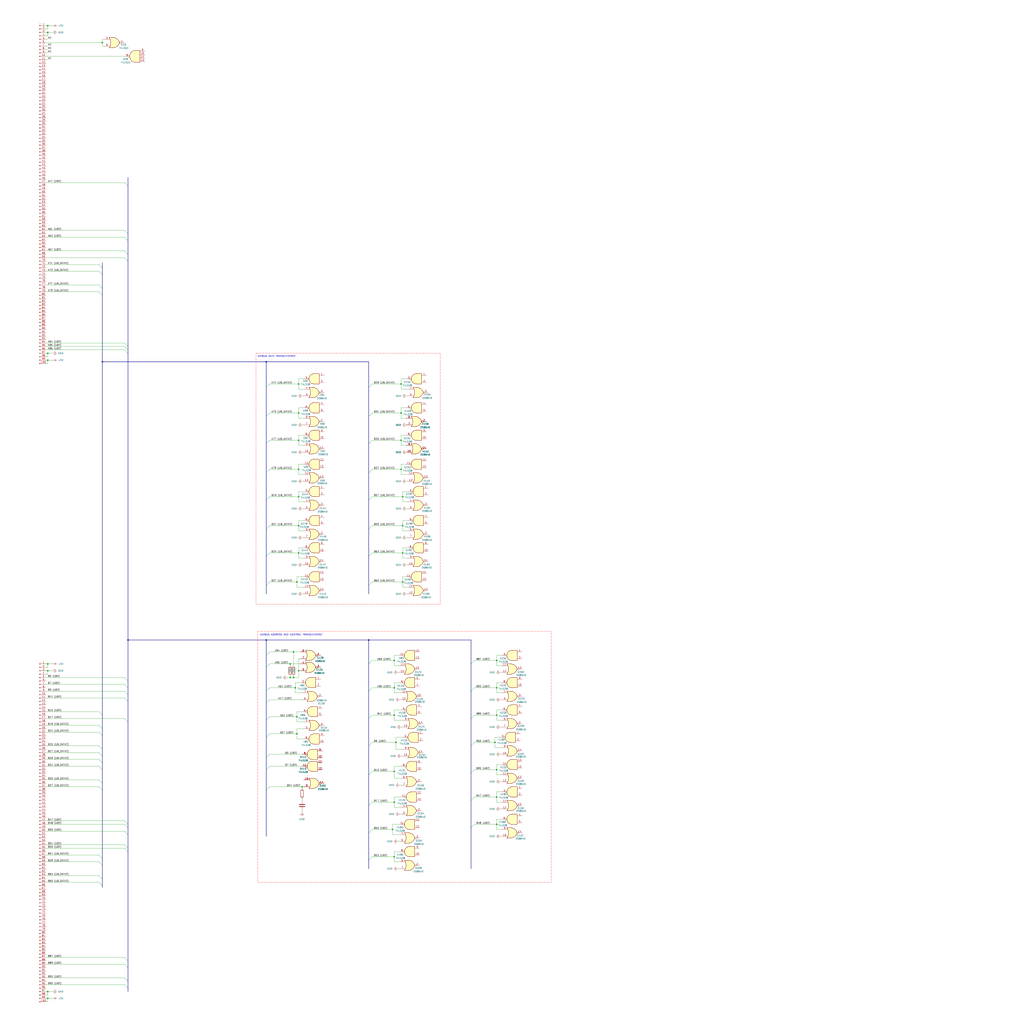
<source format=kicad_sch>
(kicad_sch (version 20250114) (generator "eeschema") (generator_version "9.0")
  (paper "User" 762 762)
  (rectangle (start 190.5 262.89) (end 327.66 449.58) (stroke (width 0) (type dash) (color 255 0 0 1)))
  (rectangle (start 191.77 469.9) (end 410.21 656.59) (stroke (width 0) (type dash) (color 255 0 0 1)))
  (text "UNIBUS ADDRESS AND CONTROL TRANSCEIVERS?" (at 216.662 472.44 0) (effects (font (size 1.27 1.27))))
  (text "UNIBUS DATA TRANSCEIVERS?" (at 205.74 265.176 0) (effects (font (size 1.27 1.27))))
  (junction (at 222.25 411.48))
  (junction (at 35.56 262.89))
  (junction (at 222.25 499.11))
  (junction (at 215.9 504.19))
  (junction (at 298.45 307.34))
  (junction (at 35.56 499.11))
  (junction (at 219.71 511.81))
  (junction (at 299.72 391.16))
  (junction (at 293.37 511.81))
  (junction (at 293.37 637.54))
  (junction (at 222.25 327.66))
  (junction (at 369.57 613.41))
  (junction (at 95.25 476.25))
  (junction (at 35.56 737.87))
  (junction (at 76.2 269.24))
  (junction (at 299.72 433.07))
  (junction (at 222.25 391.16))
  (junction (at 222.25 285.75))
  (junction (at 274.32 476.25))
  (junction (at 299.72 411.48))
  (junction (at 198.12 476.25))
  (junction (at 369.57 593.09))
  (junction (at 222.25 349.25))
  (junction (at 292.1 617.22))
  (junction (at 218.44 485.14))
  (junction (at 218.44 504.19))
  (junction (at 35.56 494.03))
  (junction (at 215.9 494.03))
  (junction (at 293.37 574.04))
  (junction (at 298.45 327.66))
  (junction (at 369.57 491.49))
  (junction (at 35.56 742.95))
  (junction (at 76.2 31.75))
  (junction (at 35.56 267.97))
  (junction (at 299.72 369.57))
  (junction (at 220.98 546.1))
  (junction (at 224.79 585.47))
  (junction (at 369.57 532.13))
  (junction (at 298.45 349.25))
  (junction (at 298.45 285.75))
  (junction (at 198.12 269.24))
  (junction (at 220.98 433.07))
  (junction (at 35.56 24.13))
  (junction (at 35.56 19.05))
  (junction (at 368.3 552.45))
  (junction (at 294.64 552.45))
  (junction (at 222.25 369.57))
  (junction (at 293.37 532.13))
  (junction (at 222.25 307.34))
  (junction (at 293.37 491.49))
  (junction (at 369.57 511.81))
  (junction (at 293.37 596.9))
  (junction (at 369.57 572.77))
  (junction (at 220.98 533.4))
  (bus_entry (at 274.32 330.2) (size 2.54 -2.54))
  (bus_entry (at 198.12 523.24) (size 2.54 -2.54))
  (bus_entry (at 92.71 628.65) (size 2.54 2.54))
  (bus_entry (at 198.12 572.77) (size 2.54 -2.54))
  (bus_entry (at 92.71 613.41) (size 2.54 2.54))
  (bus_entry (at 198.12 414.02) (size 2.54 -2.54))
  (bus_entry (at 73.66 529.59) (size 2.54 2.54))
  (bus_entry (at 92.71 255.27) (size 2.54 2.54))
  (bus_entry (at 198.12 588.01) (size 2.54 -2.54))
  (bus_entry (at 73.66 651.51) (size 2.54 2.54))
  (bus_entry (at 73.66 201.93) (size 2.54 2.54))
  (bus_entry (at 92.71 257.81) (size 2.54 2.54))
  (bus_entry (at 198.12 288.29) (size 2.54 -2.54))
  (bus_entry (at 198.12 372.11) (size 2.54 -2.54))
  (bus_entry (at 92.71 631.19) (size 2.54 2.54))
  (bus_entry (at 73.66 217.17) (size 2.54 2.54))
  (bus_entry (at 92.71 171.45) (size 2.54 2.54))
  (bus_entry (at 274.32 372.11) (size 2.54 -2.54))
  (bus_entry (at 198.12 548.64) (size 2.54 -2.54))
  (bus_entry (at 350.52 575.31) (size 2.54 -2.54))
  (bus_entry (at 92.71 135.89) (size 2.54 2.54))
  (bus_entry (at 274.32 640.08) (size 2.54 -2.54))
  (bus_entry (at 92.71 727.71) (size 2.54 2.54))
  (bus_entry (at 274.32 435.61) (size 2.54 -2.54))
  (bus_entry (at 350.52 595.63) (size 2.54 -2.54))
  (bus_entry (at 73.66 585.47) (size 2.54 2.54))
  (bus_entry (at 274.32 393.7) (size 2.54 -2.54))
  (bus_entry (at 92.71 618.49) (size 2.54 2.54))
  (bus_entry (at 198.12 514.35) (size 2.54 -2.54))
  (bus_entry (at 92.71 610.87) (size 2.54 2.54))
  (bus_entry (at 73.66 641.35) (size 2.54 2.54))
  (bus_entry (at 92.71 504.19) (size 2.54 2.54))
  (bus_entry (at 198.12 435.61) (size 2.54 -2.54))
  (bus_entry (at 198.12 330.2) (size 2.54 -2.54))
  (bus_entry (at 274.32 619.76) (size 2.54 -2.54))
  (bus_entry (at 92.71 191.77) (size 2.54 2.54))
  (bus_entry (at 198.12 563.88) (size 2.54 -2.54))
  (bus_entry (at 198.12 309.88) (size 2.54 -2.54))
  (bus_entry (at 198.12 393.7) (size 2.54 -2.54))
  (bus_entry (at 73.66 580.39) (size 2.54 2.54))
  (bus_entry (at 92.71 186.69) (size 2.54 2.54))
  (bus_entry (at 198.12 351.79) (size 2.54 -2.54))
  (bus_entry (at 350.52 534.67) (size 2.54 -2.54))
  (bus_entry (at 73.66 539.75) (size 2.54 2.54))
  (bus_entry (at 92.71 509.27) (size 2.54 2.54))
  (bus_entry (at 73.66 565.15) (size 2.54 2.54))
  (bus_entry (at 73.66 544.83) (size 2.54 2.54))
  (bus_entry (at 274.32 288.29) (size 2.54 -2.54))
  (bus_entry (at 73.66 212.09) (size 2.54 2.54))
  (bus_entry (at 274.32 351.79) (size 2.54 -2.54))
  (bus_entry (at 73.66 570.23) (size 2.54 2.54))
  (bus_entry (at 274.32 494.03) (size 2.54 -2.54))
  (bus_entry (at 92.71 514.35) (size 2.54 2.54))
  (bus_entry (at 73.66 554.99) (size 2.54 2.54))
  (bus_entry (at 198.12 487.68) (size 2.54 -2.54))
  (bus_entry (at 73.66 196.85) (size 2.54 2.54))
  (bus_entry (at 92.71 260.35) (size 2.54 2.54))
  (bus_entry (at 350.52 514.35) (size 2.54 -2.54))
  (bus_entry (at 92.71 712.47) (size 2.54 2.54))
  (bus_entry (at 73.66 560.07) (size 2.54 2.54))
  (bus_entry (at 92.71 176.53) (size 2.54 2.54))
  (bus_entry (at 350.52 494.03) (size 2.54 -2.54))
  (bus_entry (at 274.32 534.67) (size 2.54 -2.54))
  (bus_entry (at 73.66 636.27) (size 2.54 2.54))
  (bus_entry (at 198.12 535.94) (size 2.54 -2.54))
  (bus_entry (at 92.71 519.43) (size 2.54 2.54))
  (bus_entry (at 274.32 599.44) (size 2.54 -2.54))
  (bus_entry (at 274.32 309.88) (size 2.54 -2.54))
  (bus_entry (at 92.71 717.55) (size 2.54 2.54))
  (bus_entry (at 92.71 732.79) (size 2.54 2.54))
  (bus_entry (at 274.32 414.02) (size 2.54 -2.54))
  (bus_entry (at 73.66 656.59) (size 2.54 2.54))
  (bus_entry (at 274.32 554.99) (size 2.54 -2.54))
  (bus_entry (at 274.32 514.35) (size 2.54 -2.54))
  (bus_entry (at 198.12 496.57) (size 2.54 -2.54))
  (bus_entry (at 350.52 615.95) (size 2.54 -2.54))
  (bus_entry (at 350.52 554.99) (size 2.54 -2.54))
  (bus_entry (at 92.71 534.67) (size 2.54 2.54))
  (bus_entry (at 274.32 576.58) (size 2.54 -2.54))
  (wire (pts (xy 34.29 212.09) (xy 73.66 212.09)))
  (wire (pts (xy 298.45 541.02) (xy 299.72 541.02)))
  (bus (pts (xy 274.32 599.44) (xy 274.32 619.76)))
  (wire (pts (xy 222.25 407.67) (xy 226.06 407.67)))
  (bus (pts (xy 274.32 269.24) (xy 274.32 288.29)))
  (wire (pts (xy 222.25 365.76) (xy 222.25 369.57)))
  (wire (pts (xy 34.29 628.65) (xy 92.71 628.65)))
  (bus (pts (xy 350.52 534.67) (xy 350.52 554.99)))
  (wire (pts (xy 222.25 331.47) (xy 222.25 327.66)))
  (wire (pts (xy 299.72 411.48) (xy 299.72 407.67)))
  (wire (pts (xy 224.79 336.55) (xy 226.06 336.55)))
  (wire (pts (xy 369.57 589.28) (xy 373.38 589.28)))
  (wire (pts (xy 369.57 528.32) (xy 373.38 528.32)))
  (wire (pts (xy 76.2 29.21) (xy 77.47 29.21)))
  (wire (pts (xy 34.29 737.87) (xy 35.56 737.87)))
  (bus (pts (xy 95.25 715.01) (xy 95.25 720.09)))
  (wire (pts (xy 299.72 373.38) (xy 299.72 369.57)))
  (bus (pts (xy 274.32 288.29) (xy 274.32 309.88)))
  (wire (pts (xy 34.29 539.75) (xy 73.66 539.75)))
  (wire (pts (xy 372.11 622.3) (xy 373.38 622.3)))
  (wire (pts (xy 298.45 285.75) (xy 298.45 281.94)))
  (bus (pts (xy 95.25 189.23) (xy 95.25 194.31)))
  (wire (pts (xy 34.29 519.43) (xy 92.71 519.43)))
  (wire (pts (xy 35.56 745.49) (xy 35.56 742.95)))
  (wire (pts (xy 34.29 499.11) (xy 35.56 499.11)))
  (bus (pts (xy 274.32 619.76) (xy 274.32 640.08)))
  (wire (pts (xy 34.29 560.07) (xy 73.66 560.07)))
  (bus (pts (xy 76.2 204.47) (xy 76.2 214.63)))
  (wire (pts (xy 369.57 487.68) (xy 373.38 487.68)))
  (wire (pts (xy 299.72 433.07) (xy 299.72 429.26)))
  (wire (pts (xy 200.66 285.75) (xy 222.25 285.75)))
  (wire (pts (xy 35.56 494.03) (xy 39.37 494.03)))
  (wire (pts (xy 298.45 331.47) (xy 298.45 327.66)))
  (wire (pts (xy 226.06 311.15) (xy 222.25 311.15)))
  (bus (pts (xy 350.52 476.25) (xy 350.52 494.03)))
  (wire (pts (xy 224.79 358.14) (xy 226.06 358.14)))
  (wire (pts (xy 226.06 415.29) (xy 222.25 415.29)))
  (wire (pts (xy 369.57 511.81) (xy 369.57 508)))
  (wire (pts (xy 35.56 21.59) (xy 35.56 19.05)))
  (bus (pts (xy 198.12 414.02) (xy 198.12 435.61)))
  (wire (pts (xy 353.06 552.45) (xy 368.3 552.45)))
  (bus (pts (xy 76.2 219.71) (xy 76.2 269.24)))
  (wire (pts (xy 34.29 19.05) (xy 35.56 19.05)))
  (wire (pts (xy 297.18 495.3) (xy 293.37 495.3)))
  (bus (pts (xy 198.12 535.94) (xy 198.12 548.64)))
  (wire (pts (xy 200.66 433.07) (xy 220.98 433.07)))
  (wire (pts (xy 276.86 349.25) (xy 298.45 349.25)))
  (wire (pts (xy 369.57 617.22) (xy 373.38 617.22)))
  (wire (pts (xy 297.18 520.7) (xy 298.45 520.7)))
  (wire (pts (xy 369.57 515.62) (xy 369.57 511.81)))
  (wire (pts (xy 294.64 557.53) (xy 294.64 552.45)))
  (wire (pts (xy 34.29 191.77) (xy 92.71 191.77)))
  (bus (pts (xy 198.12 496.57) (xy 198.12 514.35)))
  (bus (pts (xy 350.52 575.31) (xy 350.52 595.63)))
  (wire (pts (xy 226.06 353.06) (xy 222.25 353.06)))
  (wire (pts (xy 293.37 535.94) (xy 293.37 532.13)))
  (bus (pts (xy 76.2 638.81) (xy 76.2 643.89)))
  (wire (pts (xy 372.11 581.66) (xy 373.38 581.66)))
  (wire (pts (xy 369.57 568.96) (xy 373.38 568.96)))
  (wire (pts (xy 303.53 436.88) (xy 299.72 436.88)))
  (bus (pts (xy 76.2 195.58) (xy 76.2 199.39)))
  (wire (pts (xy 218.44 485.14) (xy 223.52 485.14)))
  (bus (pts (xy 274.32 576.58) (xy 274.32 599.44)))
  (wire (pts (xy 226.06 331.47) (xy 222.25 331.47)))
  (bus (pts (xy 95.25 260.35) (xy 95.25 262.89)))
  (wire (pts (xy 303.53 353.06) (xy 298.45 353.06)))
  (wire (pts (xy 200.66 511.81) (xy 219.71 511.81)))
  (wire (pts (xy 77.47 34.29) (xy 76.2 34.29)))
  (wire (pts (xy 200.66 307.34) (xy 222.25 307.34)))
  (wire (pts (xy 222.25 411.48) (xy 222.25 407.67)))
  (wire (pts (xy 35.56 496.57) (xy 35.56 494.03)))
  (bus (pts (xy 76.2 547.37) (xy 76.2 557.53)))
  (wire (pts (xy 222.25 327.66) (xy 222.25 323.85)))
  (wire (pts (xy 369.57 593.09) (xy 369.57 589.28)))
  (wire (pts (xy 34.29 41.91) (xy 92.71 41.91)))
  (wire (pts (xy 34.29 509.27) (xy 92.71 509.27)))
  (wire (pts (xy 34.29 631.19) (xy 92.71 631.19)))
  (wire (pts (xy 369.57 572.77) (xy 369.57 568.96)))
  (bus (pts (xy 274.32 393.7) (xy 274.32 414.02)))
  (wire (pts (xy 220.98 549.91) (xy 220.98 546.1)))
  (bus (pts (xy 274.32 476.25) (xy 198.12 476.25)))
  (wire (pts (xy 34.29 636.27) (xy 73.66 636.27)))
  (wire (pts (xy 34.29 514.35) (xy 92.71 514.35)))
  (bus (pts (xy 198.12 330.2) (xy 198.12 351.79)))
  (wire (pts (xy 368.3 552.45) (xy 368.3 548.64)))
  (wire (pts (xy 369.57 495.3) (xy 369.57 491.49)))
  (bus (pts (xy 76.2 532.13) (xy 76.2 542.29)))
  (bus (pts (xy 95.25 521.97) (xy 95.25 537.21)))
  (wire (pts (xy 76.2 31.75) (xy 76.2 29.21)))
  (bus (pts (xy 95.25 613.41) (xy 95.25 615.95)))
  (bus (pts (xy 274.32 435.61) (xy 274.32 441.96)))
  (wire (pts (xy 224.79 316.23) (xy 226.06 316.23)))
  (wire (pts (xy 34.29 26.67) (xy 35.56 26.67)))
  (wire (pts (xy 353.06 491.49) (xy 369.57 491.49)))
  (wire (pts (xy 224.79 603.25) (xy 224.79 604.52)))
  (wire (pts (xy 224.79 294.64) (xy 226.06 294.64)))
  (wire (pts (xy 34.29 742.95) (xy 35.56 742.95)))
  (bus (pts (xy 95.25 194.31) (xy 95.25 257.81)))
  (wire (pts (xy 34.29 34.29) (xy 35.56 34.29)))
  (wire (pts (xy 302.26 294.64) (xy 303.53 294.64)))
  (wire (pts (xy 34.29 262.89) (xy 35.56 262.89)))
  (bus (pts (xy 198.12 372.11) (xy 198.12 393.7)))
  (wire (pts (xy 222.25 311.15) (xy 222.25 307.34)))
  (wire (pts (xy 276.86 307.34) (xy 298.45 307.34)))
  (wire (pts (xy 222.25 281.94) (xy 226.06 281.94)))
  (wire (pts (xy 222.25 415.29) (xy 222.25 411.48)))
  (wire (pts (xy 293.37 637.54) (xy 293.37 633.73)))
  (wire (pts (xy 372.11 541.02) (xy 373.38 541.02)))
  (wire (pts (xy 293.37 570.23) (xy 293.37 574.04)))
  (wire (pts (xy 34.29 570.23) (xy 73.66 570.23)))
  (wire (pts (xy 219.71 511.81) (xy 219.71 508)))
  (wire (pts (xy 34.29 613.41) (xy 92.71 613.41)))
  (wire (pts (xy 299.72 365.76) (xy 303.53 365.76)))
  (bus (pts (xy 95.25 735.33) (xy 95.25 737.87)))
  (wire (pts (xy 34.29 36.83) (xy 35.56 36.83)))
  (bus (pts (xy 350.52 615.95) (xy 350.52 646.43)))
  (wire (pts (xy 215.9 494.03) (xy 223.52 494.03)))
  (wire (pts (xy 34.29 267.97) (xy 35.56 267.97)))
  (bus (pts (xy 274.32 476.25) (xy 350.52 476.25)))
  (wire (pts (xy 293.37 633.73) (xy 297.18 633.73)))
  (bus (pts (xy 274.32 640.08) (xy 274.32 646.43)))
  (wire (pts (xy 34.29 504.19) (xy 92.71 504.19)))
  (bus (pts (xy 95.25 511.81) (xy 95.25 516.89)))
  (wire (pts (xy 34.29 257.81) (xy 92.71 257.81)))
  (bus (pts (xy 198.12 269.24) (xy 198.12 288.29)))
  (wire (pts (xy 299.72 391.16) (xy 299.72 387.35)))
  (wire (pts (xy 303.53 394.97) (xy 299.72 394.97)))
  (wire (pts (xy 34.29 565.15) (xy 73.66 565.15)))
  (wire (pts (xy 303.53 289.56) (xy 298.45 289.56)))
  (bus (pts (xy 76.2 562.61) (xy 76.2 567.69)))
  (bus (pts (xy 95.25 476.25) (xy 198.12 476.25)))
  (wire (pts (xy 294.64 557.53) (xy 299.72 557.53)))
  (wire (pts (xy 294.64 552.45) (xy 294.64 548.64)))
  (wire (pts (xy 220.98 537.21) (xy 220.98 533.4)))
  (wire (pts (xy 224.79 594.36) (xy 224.79 595.63)))
  (bus (pts (xy 76.2 214.63) (xy 76.2 219.71)))
  (wire (pts (xy 222.25 285.75) (xy 222.25 281.94)))
  (wire (pts (xy 34.29 196.85) (xy 73.66 196.85)))
  (bus (pts (xy 95.25 506.73) (xy 95.25 511.81)))
  (wire (pts (xy 222.25 307.34) (xy 222.25 303.53)))
  (wire (pts (xy 200.66 533.4) (xy 220.98 533.4)))
  (wire (pts (xy 299.72 415.29) (xy 299.72 411.48)))
  (wire (pts (xy 302.26 441.96) (xy 303.53 441.96)))
  (wire (pts (xy 34.29 712.47) (xy 92.71 712.47)))
  (bus (pts (xy 95.25 138.43) (xy 95.25 173.99)))
  (bus (pts (xy 95.25 257.81) (xy 95.25 260.35)))
  (wire (pts (xy 226.06 289.56) (xy 222.25 289.56)))
  (bus (pts (xy 274.32 351.79) (xy 274.32 372.11)))
  (wire (pts (xy 298.45 303.53) (xy 302.26 303.53)))
  (wire (pts (xy 224.79 400.05) (xy 226.06 400.05)))
  (bus (pts (xy 95.25 633.73) (xy 95.25 715.01)))
  (wire (pts (xy 34.29 534.67) (xy 92.71 534.67)))
  (wire (pts (xy 353.06 572.77) (xy 369.57 572.77)))
  (wire (pts (xy 35.56 737.87) (xy 39.37 737.87)))
  (wire (pts (xy 373.38 535.94) (xy 369.57 535.94)))
  (bus (pts (xy 198.12 548.64) (xy 198.12 563.88)))
  (wire (pts (xy 34.29 641.35) (xy 73.66 641.35)))
  (wire (pts (xy 297.18 621.03) (xy 292.1 621.03)))
  (wire (pts (xy 200.66 411.48) (xy 222.25 411.48)))
  (wire (pts (xy 34.29 217.17) (xy 73.66 217.17)))
  (wire (pts (xy 295.91 626.11) (xy 297.18 626.11)))
  (wire (pts (xy 35.56 499.11) (xy 39.37 499.11)))
  (bus (pts (xy 274.32 372.11) (xy 274.32 393.7)))
  (wire (pts (xy 303.53 415.29) (xy 299.72 415.29)))
  (bus (pts (xy 76.2 588.01) (xy 76.2 638.81)))
  (wire (pts (xy 293.37 641.35) (xy 293.37 637.54)))
  (wire (pts (xy 276.86 617.22) (xy 292.1 617.22)))
  (bus (pts (xy 350.52 554.99) (xy 350.52 575.31)))
  (wire (pts (xy 34.29 31.75) (xy 76.2 31.75)))
  (bus (pts (xy 198.12 476.25) (xy 198.12 487.68)))
  (bus (pts (xy 198.12 523.24) (xy 198.12 535.94)))
  (bus (pts (xy 95.25 516.89) (xy 95.25 521.97)))
  (bus (pts (xy 76.2 567.69) (xy 76.2 572.77)))
  (wire (pts (xy 293.37 532.13) (xy 293.37 528.32)))
  (wire (pts (xy 220.98 429.26) (xy 226.06 429.26)))
  (bus (pts (xy 95.25 179.07) (xy 95.25 189.23)))
  (wire (pts (xy 223.52 490.22) (xy 222.25 490.22)))
  (wire (pts (xy 218.44 504.19) (xy 222.25 504.19)))
  (wire (pts (xy 226.06 365.76) (xy 222.25 365.76)))
  (wire (pts (xy 224.79 585.47) (xy 226.06 585.47)))
  (wire (pts (xy 293.37 535.94) (xy 299.72 535.94)))
  (wire (pts (xy 219.71 515.62) (xy 219.71 511.81)))
  (wire (pts (xy 218.44 502.92) (xy 218.44 504.19)))
  (wire (pts (xy 34.29 494.03) (xy 35.56 494.03)))
  (wire (pts (xy 200.66 494.03) (xy 215.9 494.03)))
  (wire (pts (xy 303.53 373.38) (xy 299.72 373.38)))
  (wire (pts (xy 224.79 378.46) (xy 226.06 378.46)))
  (bus (pts (xy 274.32 476.25) (xy 274.32 494.03)))
  (wire (pts (xy 35.56 26.67) (xy 35.56 24.13)))
  (wire (pts (xy 293.37 596.9) (xy 293.37 593.09)))
  (bus (pts (xy 76.2 659.13) (xy 76.2 660.4)))
  (bus (pts (xy 95.25 476.25) (xy 95.25 506.73)))
  (wire (pts (xy 295.91 500.38) (xy 297.18 500.38)))
  (wire (pts (xy 222.25 490.22) (xy 222.25 499.11)))
  (wire (pts (xy 34.29 740.41) (xy 35.56 740.41)))
  (wire (pts (xy 34.29 618.49) (xy 92.71 618.49)))
  (bus (pts (xy 274.32 309.88) (xy 274.32 330.2)))
  (wire (pts (xy 222.25 373.38) (xy 226.06 373.38)))
  (wire (pts (xy 92.71 255.27) (xy 34.29 255.27)))
  (bus (pts (xy 198.12 288.29) (xy 198.12 309.88)))
  (wire (pts (xy 220.98 436.88) (xy 220.98 433.07)))
  (wire (pts (xy 34.29 651.51) (xy 73.66 651.51)))
  (bus (pts (xy 274.32 514.35) (xy 274.32 534.67)))
  (wire (pts (xy 222.25 499.11) (xy 223.52 499.11)))
  (wire (pts (xy 222.25 369.57) (xy 222.25 373.38)))
  (bus (pts (xy 76.2 557.53) (xy 76.2 562.61)))
  (wire (pts (xy 276.86 327.66) (xy 298.45 327.66)))
  (wire (pts (xy 293.37 515.62) (xy 293.37 511.81)))
  (wire (pts (xy 369.57 613.41) (xy 369.57 617.22)))
  (wire (pts (xy 293.37 508) (xy 297.18 508)))
  (wire (pts (xy 353.06 593.09) (xy 369.57 593.09)))
  (wire (pts (xy 222.25 323.85) (xy 226.06 323.85)))
  (wire (pts (xy 34.29 717.55) (xy 92.71 717.55)))
  (wire (pts (xy 226.06 537.21) (xy 220.98 537.21)))
  (wire (pts (xy 293.37 511.81) (xy 293.37 508)))
  (wire (pts (xy 34.29 260.35) (xy 92.71 260.35)))
  (wire (pts (xy 35.56 270.51) (xy 35.56 267.97)))
  (wire (pts (xy 222.25 303.53) (xy 226.06 303.53)))
  (bus (pts (xy 95.25 537.21) (xy 95.25 613.41)))
  (bus (pts (xy 198.12 435.61) (xy 198.12 441.96)))
  (bus (pts (xy 76.2 582.93) (xy 76.2 588.01)))
  (wire (pts (xy 34.29 135.89) (xy 92.71 135.89)))
  (wire (pts (xy 200.66 570.23) (xy 224.79 570.23)))
  (wire (pts (xy 276.86 491.49) (xy 293.37 491.49)))
  (wire (pts (xy 222.25 391.16) (xy 222.25 394.97)))
  (wire (pts (xy 369.57 532.13) (xy 369.57 528.32)))
  (wire (pts (xy 34.29 585.47) (xy 73.66 585.47)))
  (wire (pts (xy 222.25 353.06) (xy 222.25 349.25)))
  (wire (pts (xy 297.18 605.79) (xy 298.45 605.79)))
  (wire (pts (xy 200.66 391.16) (xy 222.25 391.16)))
  (bus (pts (xy 95.25 621.03) (xy 95.25 631.19)))
  (wire (pts (xy 35.56 740.41) (xy 35.56 737.87)))
  (bus (pts (xy 274.32 414.02) (xy 274.32 435.61)))
  (wire (pts (xy 373.38 495.3) (xy 369.57 495.3)))
  (wire (pts (xy 372.11 561.34) (xy 373.38 561.34)))
  (wire (pts (xy 34.29 176.53) (xy 92.71 176.53)))
  (wire (pts (xy 353.06 613.41) (xy 369.57 613.41)))
  (wire (pts (xy 297.18 584.2) (xy 298.45 584.2)))
  (wire (pts (xy 224.79 515.62) (xy 219.71 515.62)))
  (bus (pts (xy 76.2 654.05) (xy 76.2 659.13)))
  (wire (pts (xy 373.38 500.38) (xy 372.11 500.38)))
  (wire (pts (xy 276.86 411.48) (xy 299.72 411.48)))
  (wire (pts (xy 368.3 548.64) (xy 372.11 548.64)))
  (bus (pts (xy 198.12 514.35) (xy 198.12 523.24)))
  (wire (pts (xy 213.36 504.19) (xy 215.9 504.19)))
  (wire (pts (xy 34.29 39.37) (xy 35.56 39.37)))
  (wire (pts (xy 298.45 289.56) (xy 298.45 285.75)))
  (wire (pts (xy 299.72 394.97) (xy 299.72 391.16)))
  (wire (pts (xy 372.11 520.7) (xy 373.38 520.7)))
  (wire (pts (xy 293.37 491.49) (xy 293.37 487.68)))
  (wire (pts (xy 226.06 436.88) (xy 220.98 436.88)))
  (wire (pts (xy 200.66 349.25) (xy 222.25 349.25)))
  (wire (pts (xy 200.66 485.14) (xy 218.44 485.14)))
  (wire (pts (xy 222.25 504.19) (xy 222.25 499.11)))
  (wire (pts (xy 302.26 400.05) (xy 303.53 400.05)))
  (wire (pts (xy 35.56 742.95) (xy 39.37 742.95)))
  (wire (pts (xy 293.37 574.04) (xy 293.37 579.12)))
  (wire (pts (xy 294.64 548.64) (xy 299.72 548.64)))
  (wire (pts (xy 76.2 34.29) (xy 76.2 31.75)))
  (wire (pts (xy 224.79 585.47) (xy 224.79 586.74)))
  (wire (pts (xy 299.72 387.35) (xy 303.53 387.35)))
  (bus (pts (xy 198.12 393.7) (xy 198.12 414.02)))
  (wire (pts (xy 200.66 561.34) (xy 224.79 561.34)))
  (wire (pts (xy 298.45 528.32) (xy 293.37 528.32)))
  (wire (pts (xy 299.72 407.67) (xy 303.53 407.67)))
  (bus (pts (xy 95.25 615.95) (xy 95.25 621.03)))
  (wire (pts (xy 34.29 29.21) (xy 35.56 29.21)))
  (wire (pts (xy 299.72 429.26) (xy 302.26 429.26)))
  (wire (pts (xy 293.37 487.68) (xy 297.18 487.68)))
  (wire (pts (xy 298.45 327.66) (xy 298.45 323.85)))
  (wire (pts (xy 226.06 387.35) (xy 222.25 387.35)))
  (wire (pts (xy 298.45 323.85) (xy 302.26 323.85)))
  (wire (pts (xy 299.72 436.88) (xy 299.72 433.07)))
  (wire (pts (xy 34.29 727.71) (xy 92.71 727.71)))
  (wire (pts (xy 276.86 532.13) (xy 293.37 532.13)))
  (wire (pts (xy 35.56 265.43) (xy 35.56 262.89)))
  (bus (pts (xy 95.25 132.08) (xy 95.25 138.43)))
  (wire (pts (xy 372.11 601.98) (xy 373.38 601.98)))
  (wire (pts (xy 298.45 570.23) (xy 293.37 570.23)))
  (wire (pts (xy 298.45 281.94) (xy 302.26 281.94)))
  (bus (pts (xy 274.32 534.67) (xy 274.32 554.99)))
  (wire (pts (xy 297.18 641.35) (xy 293.37 641.35)))
  (bus (pts (xy 76.2 572.77) (xy 76.2 582.93)))
  (wire (pts (xy 298.45 345.44) (xy 302.26 345.44)))
  (wire (pts (xy 200.66 585.47) (xy 224.79 585.47)))
  (bus (pts (xy 198.12 351.79) (xy 198.12 372.11)))
  (wire (pts (xy 35.56 262.89) (xy 39.37 262.89)))
  (wire (pts (xy 276.86 511.81) (xy 293.37 511.81)))
  (wire (pts (xy 298.45 303.53) (xy 298.45 307.34)))
  (wire (pts (xy 302.26 378.46) (xy 303.53 378.46)))
  (wire (pts (xy 34.29 44.45) (xy 35.56 44.45)))
  (bus (pts (xy 76.2 269.24) (xy 76.2 532.13)))
  (wire (pts (xy 276.86 637.54) (xy 293.37 637.54)))
  (wire (pts (xy 35.56 501.65) (xy 35.56 499.11)))
  (wire (pts (xy 353.06 532.13) (xy 369.57 532.13)))
  (wire (pts (xy 368.3 556.26) (xy 368.3 552.45)))
  (wire (pts (xy 369.57 596.9) (xy 369.57 593.09)))
  (wire (pts (xy 215.9 504.19) (xy 218.44 504.19)))
  (bus (pts (xy 274.32 494.03) (xy 274.32 514.35)))
  (wire (pts (xy 373.38 556.26) (xy 368.3 556.26)))
  (wire (pts (xy 369.57 535.94) (xy 369.57 532.13)))
  (wire (pts (xy 373.38 609.6) (xy 369.57 609.6)))
  (wire (pts (xy 298.45 562.61) (xy 299.72 562.61)))
  (bus (pts (xy 198.12 309.88) (xy 198.12 330.2)))
  (bus (pts (xy 76.2 269.24) (xy 198.12 269.24)))
  (wire (pts (xy 276.86 285.75) (xy 298.45 285.75)))
  (wire (pts (xy 276.86 552.45) (xy 294.64 552.45)))
  (bus (pts (xy 274.32 330.2) (xy 274.32 351.79)))
  (wire (pts (xy 35.56 24.13) (xy 39.37 24.13)))
  (wire (pts (xy 34.29 745.49) (xy 35.56 745.49)))
  (wire (pts (xy 302.26 311.15) (xy 298.45 311.15)))
  (wire (pts (xy 220.98 542.29) (xy 226.06 542.29)))
  (wire (pts (xy 35.56 19.05) (xy 39.37 19.05)))
  (bus (pts (xy 95.25 262.89) (xy 95.25 476.25)))
  (wire (pts (xy 276.86 369.57) (xy 299.72 369.57)))
  (wire (pts (xy 219.71 508) (xy 223.52 508)))
  (wire (pts (xy 34.29 186.69) (xy 92.71 186.69)))
  (bus (pts (xy 198.12 563.88) (xy 198.12 572.77)))
  (wire (pts (xy 34.29 610.87) (xy 92.71 610.87)))
  (wire (pts (xy 215.9 494.03) (xy 215.9 495.3)))
  (bus (pts (xy 95.25 631.19) (xy 95.25 633.73)))
  (wire (pts (xy 295.91 646.43) (xy 297.18 646.43)))
  (wire (pts (xy 373.38 576.58) (xy 369.57 576.58)))
  (wire (pts (xy 34.29 171.45) (xy 92.71 171.45)))
  (wire (pts (xy 369.57 609.6) (xy 369.57 613.41)))
  (wire (pts (xy 35.56 267.97) (xy 39.37 267.97)))
  (wire (pts (xy 200.66 546.1) (xy 220.98 546.1)))
  (wire (pts (xy 34.29 554.99) (xy 73.66 554.99)))
  (wire (pts (xy 34.29 21.59) (xy 35.56 21.59)))
  (wire (pts (xy 276.86 574.04) (xy 293.37 574.04)))
  (wire (pts (xy 200.66 327.66) (xy 222.25 327.66)))
  (wire (pts (xy 200.66 369.57) (xy 222.25 369.57)))
  (bus (pts (xy 274.32 554.99) (xy 274.32 576.58)))
  (wire (pts (xy 34.29 496.57) (xy 35.56 496.57)))
  (wire (pts (xy 302.26 420.37) (xy 303.53 420.37)))
  (wire (pts (xy 34.29 544.83) (xy 73.66 544.83)))
  (wire (pts (xy 220.98 533.4) (xy 220.98 529.59)))
  (wire (pts (xy 298.45 353.06) (xy 298.45 349.25)))
  (wire (pts (xy 34.29 270.51) (xy 35.56 270.51)))
  (wire (pts (xy 369.57 576.58) (xy 369.57 572.77)))
  (wire (pts (xy 226.06 549.91) (xy 220.98 549.91)))
  (wire (pts (xy 293.37 495.3) (xy 293.37 491.49)))
  (wire (pts (xy 34.29 656.59) (xy 73.66 656.59)))
  (wire (pts (xy 220.98 433.07) (xy 220.98 429.26)))
  (bus (pts (xy 95.25 730.25) (xy 95.25 735.33)))
  (bus (pts (xy 198.12 487.68) (xy 198.12 496.57)))
  (wire (pts (xy 276.86 596.9) (xy 293.37 596.9)))
  (wire (pts (xy 293.37 593.09) (xy 298.45 593.09)))
  (bus (pts (xy 198.12 572.77) (xy 198.12 588.01)))
  (wire (pts (xy 302.26 358.14) (xy 303.53 358.14)))
  (wire (pts (xy 373.38 515.62) (xy 369.57 515.62)))
  (wire (pts (xy 302.26 331.47) (xy 298.45 331.47)))
  (wire (pts (xy 222.25 345.44) (xy 226.06 345.44)))
  (wire (pts (xy 293.37 600.71) (xy 293.37 596.9)))
  (bus (pts (xy 198.12 588.01) (xy 198.12 622.3)))
  (wire (pts (xy 292.1 613.41) (xy 297.18 613.41)))
  (bus (pts (xy 350.52 494.03) (xy 350.52 514.35)))
  (wire (pts (xy 369.57 491.49) (xy 369.57 487.68)))
  (wire (pts (xy 218.44 485.14) (xy 218.44 495.3)))
  (wire (pts (xy 215.9 502.92) (xy 215.9 504.19)))
  (wire (pts (xy 34.29 732.79) (xy 92.71 732.79)))
  (wire (pts (xy 222.25 387.35) (xy 222.25 391.16)))
  (wire (pts (xy 34.29 24.13) (xy 35.56 24.13)))
  (wire (pts (xy 222.25 289.56) (xy 222.25 285.75)))
  (wire (pts (xy 293.37 579.12) (xy 298.45 579.12)))
  (wire (pts (xy 276.86 433.07) (xy 299.72 433.07)))
  (bus (pts (xy 198.12 269.24) (xy 274.32 269.24)))
  (bus (pts (xy 350.52 514.35) (xy 350.52 534.67)))
  (wire (pts (xy 34.29 201.93) (xy 73.66 201.93)))
  (bus (pts (xy 76.2 643.89) (xy 76.2 654.05)))
  (wire (pts (xy 298.45 600.71) (xy 293.37 600.71)))
  (bus (pts (xy 95.25 720.09) (xy 95.25 730.25)))
  (wire (pts (xy 224.79 441.96) (xy 226.06 441.96)))
  (wire (pts (xy 373.38 596.9) (xy 369.57 596.9)))
  (wire (pts (xy 34.29 529.59) (xy 73.66 529.59)))
  (wire (pts (xy 224.79 529.59) (xy 220.98 529.59)))
  (bus (pts (xy 76.2 542.29) (xy 76.2 547.37)))
  (bus (pts (xy 76.2 199.39) (xy 76.2 204.47)))
  (wire (pts (xy 353.06 511.81) (xy 369.57 511.81)))
  (wire (pts (xy 298.45 307.34) (xy 298.45 311.15)))
  (wire (pts (xy 200.66 520.7) (xy 224.79 520.7)))
  (wire (pts (xy 298.45 515.62) (xy 293.37 515.62)))
  (wire (pts (xy 298.45 349.25) (xy 298.45 345.44)))
  (wire (pts (xy 34.29 580.39) (xy 73.66 580.39)))
  (wire (pts (xy 34.29 265.43) (xy 35.56 265.43)))
  (bus (pts (xy 350.52 595.63) (xy 350.52 615.95)))
  (wire (pts (xy 224.79 420.37) (xy 226.06 420.37)))
  (wire (pts (xy 292.1 617.22) (xy 292.1 613.41)))
  (bus (pts (xy 95.25 173.99) (xy 95.25 179.07)))
  (wire (pts (xy 292.1 621.03) (xy 292.1 617.22)))
  (wire (pts (xy 34.29 501.65) (xy 35.56 501.65)))
  (wire (pts (xy 299.72 369.57) (xy 299.72 365.76)))
  (wire (pts (xy 369.57 508) (xy 373.38 508)))
  (wire (pts (xy 222.25 394.97) (xy 226.06 394.97)))
  (wire (pts (xy 220.98 546.1) (xy 220.98 542.29)))
  (wire (pts (xy 276.86 391.16) (xy 299.72 391.16)))
  (wire (pts (xy 222.25 349.25) (xy 222.25 345.44)))
  (label "B93 (UB?)" (at 35.56 727.71 0))
  (label "A94 (UB?)" (at 35.56 255.27 0))
  (label "A61 (UB?)" (at 35.56 171.45 0))
  (label "NC" (at 35.56 36.83 0))
  (label "NC" (at 35.56 39.37 0))
  (label "A71 (UB_DATA?)" (at 35.56 196.85 0))
  (label "B48 (UB?)" (at 35.56 613.41 0))
  (label "B15 (UB?)" (at 278.13 574.04 0))
  (label "B59 (UB_DATA?)" (at 35.56 641.35 0))
  (label "B95 (UB?)" (at 35.56 732.79 0))
  (label "B7 (UB?)" (at 212.09 570.23 0))
  (label "B93 (UB?)" (at 354.33 511.81 0))
  (label "B11 (UB?)" (at 35.56 519.43 0))
  (label "B57 (UB_DATA?)" (at 278.13 369.57 0))
  (label "NC" (at 35.56 44.45 0))
  (label "B53 (UB?)" (at 278.13 637.54 0))
  (label "B37 (UB_DATA?)" (at 278.13 349.25 0))
  (label "B19 (UB_DATA?)" (at 201.93 369.57 0))
  (label "B21 (UB_DATA?)" (at 201.93 391.16 0))
  (label "B55 (UB?)" (at 35.56 631.19 0))
  (label "A95 (UB?)" (at 204.47 494.03 0))
  (label "A47 (UB?)" (at 207.01 520.7 0))
  (label "B65 (UB_DATA?)" (at 278.13 433.07 0))
  (label "B48 (UB?)" (at 354.33 613.41 0))
  (label "B31 (UB_DATA?)" (at 35.56 570.23 0))
  (label "A73 (UB_DATA?)" (at 35.56 201.93 0))
  (label "A67 (UB?)" (at 35.56 186.69 0))
  (label "B54 (UB?)" (at 213.36 585.47 0))
  (label "B31 (UB_DATA?)" (at 278.13 307.34 0))
  (label "NC" (at 35.56 34.29 0))
  (label "B55 (UB?)" (at 278.13 617.22 0))
  (label "B7 (UB?)" (at 35.56 509.27 0))
  (label "B25 (UB_DATA?)" (at 201.93 411.48 0))
  (label "B47 (UB?)" (at 35.56 610.87 0))
  (label "A71 (UB_DATA?)" (at 201.93 285.75 0))
  (label "A95 (UB?)" (at 35.56 257.81 0))
  (label "NC" (at 35.56 29.21 0))
  (label "B87 (UB?)" (at 354.33 491.49 0))
  (label "B63 (UB_DATA?)" (at 278.13 411.48 0))
  (label "A94 (UB?)" (at 204.47 485.14 0))
  (label "A96 (UB?)" (at 280.67 511.81 0))
  (label "B37 (UB_DATA?)" (at 35.56 585.47 0))
  (label "A63 (UB?)" (at 35.56 176.53 0))
  (label "B27 (UB_DATA?)" (at 201.93 433.07 0))
  (label "B59 (UB_DATA?)" (at 278.13 391.16 0))
  (label "A77 (UB_DATA?)" (at 35.56 212.09 0))
  (label "B47 (UB?)" (at 354.33 593.09 0))
  (label "A79 (UB_DATA?)" (at 35.56 217.17 0))
  (label "B35 (UB_DATA?)" (at 278.13 327.66 0))
  (label "A73 (UB_DATA?)" (at 201.93 307.34 0))
  (label "B89 (UB?)" (at 35.56 717.55 0))
  (label "B11 (UB?)" (at 280.67 532.13 0))
  (label "A77 (UB_DATA?)" (at 201.93 327.66 0))
  (label "B25 (UB_DATA?)" (at 35.56 554.99 0))
  (label "B15 (UB?)" (at 35.56 529.59 0))
  (label "B50 (UB?)" (at 354.33 552.45 0))
  (label "B27 (UB_DATA?)" (at 35.56 560.07 0))
  (label "B95 (UB?)" (at 354.33 572.77 0))
  (label "B35 (UB_DATA?)" (at 35.56 580.39 0))
  (label "B9 (UB?)" (at 278.13 552.45 0))
  (label "B9 (UB?)" (at 35.56 514.35 0))
  (label "B5 (UB?)" (at 212.09 561.34 0))
  (label "B19 (UB_DATA?)" (at 35.56 539.75 0))
  (label "A63 (UB?)" (at 208.28 533.4 0))
  (label "B17 (UB?)" (at 278.13 596.9 0))
  (label "A69 (UB?)" (at 280.67 491.49 0))
  (label "B21 (UB_DATA?)" (at 35.56 544.83 0))
  (label "B87 (UB?)" (at 35.56 712.47 0))
  (label "B50 (UB?)" (at 35.56 618.49 0))
  (label "B63 (UB_DATA?)" (at 35.56 651.51 0))
  (label "B57 (UB_DATA?)" (at 35.56 636.27 0))
  (label "A67 (UB?)" (at 208.28 546.1 0))
  (label "B54 (UB?)" (at 35.56 628.65 0))
  (label "B29 (UB_DATA?)" (at 35.56 565.15 0))
  (label "A79 (UB_DATA?)" (at 201.93 349.25 0))
  (label "B89 (UB?)" (at 354.33 532.13 0))
  (label "A47 (UB?)" (at 35.56 135.89 0))
  (label "B29 (UB_DATA?)" (at 278.13 285.75 0))
  (label "B5 (UB?)" (at 35.56 504.19 0))
  (label "B17 (UB?)" (at 35.56 534.67 0))
  (label "B65 (UB_DATA?)" (at 35.56 656.59 0))
  (label "A61 (UB?)" (at 207.01 511.81 0))
  (label "A96 (UB?)" (at 35.56 260.35 0))
  (symbol (lib_id "74xx:74LS38") (at 311.15 407.67 0) (mirror y) (unit 3)
    (property "Reference" "G19" (at 304.292 409.448 0))
    (property "Value" "74LS38" (at 304.292 411.988 0))
    (property "Datasheet" "http://www.ti.com/lit/gpn/sn74LS38" (effects (hide yes)))
    (property "Description" "Quad Buffer 2-input NAND Open collector" (effects (hide yes)))
  )
  (symbol (lib_id "User:DS8640") (at 381 579.12 0) (mirror x) (unit 4)
    (property "Reference" "D22" (at 387.604 581.152 0))
    (property "Value" "DS8640" (at 387.604 583.438 0))
  )
  (symbol (lib_id "74xx:74LS38") (at 309.88 303.53 0) (mirror y) (unit 2)
    (property "Reference" "G15" (at 303.53 305.816 0))
    (property "Value" "74LS38" (at 303.53 308.356 0))
    (property "Datasheet" "http://www.ti.com/lit/gpn/sn74LS38" (effects (hide yes)))
    (property "Description" "Quad Buffer 2-input NAND Open collector" (effects (hide yes)))
  )
  (symbol (lib_id "User:DS8640") (at 311.15 375.92 0) (unit 1)
    (property "Reference" "H19" (at 317.754 377.952 0))
    (property "Value" "DS8640" (at 317.754 380.238 0))
  )
  (symbol (lib_id "power:+5V") (at 39.37 19.05 270) (unit 1)
    (property "Reference" "#PWR01" (effects (hide yes)))
    (property "Value" "+5V" (at 43.18 19.0499 90) (effects (justify left)))
    (property "Description" "Power symbol creates a global label with name \"+5V\"" (effects (hide yes)))
  )
  (symbol (lib_id "User:DS8640") (at 311.15 439.42 0) (mirror x) (unit 4)
    (property "Reference" "H19" (at 317.246 441.96 0))
    (property "Value" "DS8640" (at 316.992 444.5 0))
  )
  (symbol (lib_id "User:DS8640") (at 233.68 417.83 0) (mirror x) (unit 3)
    (property "Reference" "H14" (at 240.03 420.116 0))
    (property "Value" "DS8640" (at 240.03 422.402 0))
  )
  (symbol (lib_id "power:GND") (at 372.11 622.3 270) (unit 1)
    (property "Reference" "#PWR041" (effects (hide yes)))
    (property "Value" "GND" (at 368.3 622.2999 90) (effects (justify right)))
    (property "Description" "Power symbol creates a global label with name \"GND\" , ground" (effects (hide yes)))
  )
  (symbol (lib_id "power:GND") (at 39.37 262.89 90) (unit 1)
    (property "Reference" "#PWR04" (effects (hide yes)))
    (property "Value" "GND" (at 43.18 262.8899 90) (effects (justify right)))
    (property "Description" "Power symbol creates a global label with name \"GND\" , ground" (effects (hide yes)))
  )
  (symbol (lib_id "74xx:74LS38") (at 304.8 613.41 0) (mirror y) (unit 4)
    (property "Reference" "H18" (at 297.688 615.696 0))
    (property "Value" "74LS38" (at 297.688 618.236 0))
    (property "Datasheet" "http://www.ti.com/lit/gpn/sn74LS38" (effects (hide yes)))
    (property "Description" "Quad Buffer 2-input NAND Open collector" (effects (hide yes)))
  )
  (symbol (lib_id "Device:R") (at 215.9 499.11 0) (unit 1)
    (property "Reference" "R2" (effects (hide yes)))
    (property "Value" "390" (at 215.9 500.888 90) (effects (justify left)))
    (property "Description" "Resistor" (effects (hide yes)))
  )
  (symbol (lib_id "User:DS8640") (at 381 619.76 0) (mirror x) (unit 3)
    (property "Reference" "C12" (at 387.096 621.792 0))
    (property "Value" "DS8640" (at 387.35 624.078 0))
  )
  (symbol (lib_id "User:DS8640") (at 233.68 582.93 0) (unit 3)
    (property "Reference" "D20" (at 240.284 584.708 0))
    (property "Value" "DS8640" (at 240.284 587.248 0))
  )
  (symbol (lib_id "power:GND") (at 224.79 336.55 270) (unit 1)
    (property "Reference" "#PWR011" (effects (hide yes)))
    (property "Value" "GND" (at 220.98 336.5499 90) (effects (justify right)))
    (property "Description" "Power symbol creates a global label with name \"GND\" , ground" (effects (hide yes)))
  )
  (symbol (lib_id "74xx:74LS38") (at 311.15 387.35 0) (mirror y) (unit 2)
    (property "Reference" "G19" (at 304.546 389.636 0))
    (property "Value" "74LS38" (at 304.546 392.176 0))
    (property "Datasheet" "http://www.ti.com/lit/gpn/sn74LS38" (effects (hide yes)))
    (property "Description" "Quad Buffer 2-input NAND Open collector" (effects (hide yes)))
  )
  (symbol (lib_id "74xx:74LS02") (at -13.97 -29.21 0) (unit 3)
    (property "Reference" "D1" (at -13.97 -36.83 0))
    (property "Value" "74LS02" (at -13.97 -34.29 0))
    (property "Datasheet" "http://www.ti.com/lit/gpn/sn74ls02" (effects (hide yes)))
    (property "Description" "quad 2-input NOR gate" (effects (hide yes)))
  )
  (symbol (lib_id "User:DS8640") (at 233.68 539.75 0) (unit 1)
    (property "Reference" "D12" (at 241.046 541.528 0))
    (property "Value" "DS8640" (at 241.046 543.56 0))
  )
  (symbol (lib_id "74xx:74LS38") (at 381 589.28 0) (mirror y) (unit 1)
    (property "Reference" "H18" (at 374.65 591.058 0))
    (property "Value" "74LS38" (at 374.65 593.598 0))
    (property "Datasheet" "http://www.ti.com/lit/gpn/sn74LS38" (effects (hide yes)))
    (property "Description" "Quad Buffer 2-input NAND Open collector" (effects (hide yes)))
  )
  (symbol (lib_id "power:+5V") (at 39.37 742.95 270) (unit 1)
    (property "Reference" "#PWR08" (effects (hide yes)))
    (property "Value" "+5V" (at 43.18 742.9499 90) (effects (justify left)))
    (property "Description" "Power symbol creates a global label with name \"+5V\"" (effects (hide yes)))
  )
  (symbol (lib_id "74xx:74LS38") (at 381 508 0) (mirror y) (unit 3)
    (property "Reference" "H23" (at 374.396 510.032 0))
    (property "Value" "74LS38" (at 374.396 512.572 0))
    (property "Datasheet" "http://www.ti.com/lit/gpn/sn74LS38" (effects (hide yes)))
    (property "Description" "Quad Buffer 2-input NAND Open collector" (effects (hide yes)))
  )
  (symbol (lib_id "power:GND") (at 213.36 504.19 270) (unit 1)
    (property "Reference" "#PWR035" (effects (hide yes)))
    (property "Value" "GND" (at 209.55 504.1899 90) (effects (justify right)))
    (property "Description" "Power symbol creates a global label with name \"GND\" , ground" (effects (hide yes)))
  )
  (symbol (lib_id "User:DS8640") (at 381 558.8 0) (mirror x) (unit 3)
    (property "Reference" "D22" (at 387.604 561.086 0))
    (property "Value" "DS8640" (at 387.604 563.118 0))
  )
  (symbol (lib_id "74xx:74LS38") (at 232.41 529.59 0) (mirror y) (unit 2)
    (property "Reference" "H8" (at 225.298 532.13 0))
    (property "Value" "74LS38" (at 225.298 534.67 0))
    (property "Datasheet" "http://www.ti.com/lit/gpn/sn74LS38" (effects (hide yes)))
    (property "Description" "Quad Buffer 2-input NAND Open collector" (effects (hide yes)))
  )
  (symbol (lib_id "74xx:74LS38") (at 233.68 549.91 0) (mirror y) (unit 3)
    (property "Reference" "H8" (at 227.584 551.942 0))
    (property "Value" "74LS38" (at 227.584 554.482 0))
    (property "Datasheet" "http://www.ti.com/lit/gpn/sn74LS38" (effects (hide yes)))
    (property "Description" "Quad Buffer 2-input NAND Open collector" (effects (hide yes)))
  )
  (symbol (lib_id "User:DS8640") (at 381 538.48 0) (unit 2)
    (property "Reference" "D22" (at 387.604 540.258 0))
    (property "Value" "DS8640" (at 387.604 542.798 0))
  )
  (symbol (lib_id "power:GND") (at 302.26 316.23 270) (unit 1)
    (property "Reference" "#PWR018" (effects (hide yes)))
    (property "Value" "GND" (at 298.45 316.2299 90) (effects (justify right)))
    (property "Description" "Power symbol creates a global label with name \"GND\" , ground" (effects (hide yes)))
  )
  (symbol (lib_id "power:GND") (at 295.91 500.38 270) (unit 1)
    (property "Reference" "#PWR026" (effects (hide yes)))
    (property "Value" "GND" (at 292.1 500.3799 90) (effects (justify right)))
    (property "Description" "Power symbol creates a global label with name \"GND\" , ground" (effects (hide yes)))
  )
  (symbol (lib_id "74xx:74LS38") (at 309.88 323.85 0) (mirror y) (unit 3)
    (property "Reference" "G15" (at 303.022 326.136 0))
    (property "Value" "74LS38" (at 303.022 328.676 0))
    (property "Datasheet" "http://www.ti.com/lit/gpn/sn74LS38" (effects (hide yes)))
    (property "Description" "Quad Buffer 2-input NAND Open collector" (effects (hide yes)))
  )
  (symbol (lib_id "User:DS8640") (at 309.88 334.01 0) (mirror x) (unit 3)
    (property "Reference" "H15" (at 316.738 336.042 0))
    (property "Value" "DS8640" (at 316.484 338.328 0))
  )
  (symbol (lib_id "power:GND") (at 372.11 520.7 270) (unit 1)
    (property "Reference" "#PWR036" (effects (hide yes)))
    (property "Value" "GND" (at 368.3 520.6999 90) (effects (justify right)))
    (property "Description" "Power symbol creates a global label with name \"GND\" , ground" (effects (hide yes)))
  )
  (symbol (lib_id "User:DS8640") (at 381 518.16 0) (unit 1)
    (property "Reference" "D22" (at 388.112 519.938 0))
    (property "Value" "DS8640" (at 388.112 522.478 0))
  )
  (symbol (lib_id "User:DS8640") (at 231.14 496.57 0) (unit 1)
    (property "Reference" "C12" (at 237.744 498.348 0))
    (property "Value" "DS8640" (at 237.744 500.888 0))
  )
  (symbol (lib_id "User:DS8640") (at 233.68 397.51 0) (unit 2)
    (property "Reference" "H14" (at 240.284 399.288 0))
    (property "Value" "DS8640" (at 240.284 401.828 0))
  )
  (symbol (lib_id "User:DS8640") (at 232.41 518.16 0) (mirror x) (unit 2)
    (property "Reference" "D12" (at 239.014 523.494 0))
    (property "Value" "DS8640" (at 239.268 521.208 0))
  )
  (symbol (lib_id "74xx:74LS38") (at 306.07 570.23 0) (mirror y) (unit 3)
    (property "Reference" "H13" (at 299.212 573.278 0))
    (property "Value" "74LS38" (at 299.212 575.818 0))
    (property "Datasheet" "http://www.ti.com/lit/gpn/sn74LS38" (effects (hide yes)))
    (property "Description" "Quad Buffer 2-input NAND Open collector" (effects (hide yes)))
  )
  (symbol (lib_id "power:GND") (at 297.18 520.7 270) (unit 1)
    (property "Reference" "#PWR027" (effects (hide yes)))
    (property "Value" "GND" (at 293.37 520.6999 90) (effects (justify right)))
    (property "Description" "Power symbol creates a global label with name \"GND\" , ground" (effects (hide yes)))
  )
  (symbol (lib_id "User:DS8640") (at 306.07 518.16 0) (mirror x) (unit 4)
    (property "Reference" "C12" (at 312.42 520.192 0))
    (property "Value" "DS8640" (at 312.42 522.224 0))
  )
  (symbol (lib_id "User:Conn_100p") (at 29.21 170.18 0) (unit 1)
    (property "Reference" "U3" (effects (hide yes)))
    (property "Value" "~" (at 29.845 17.78 0))
  )
  (symbol (lib_id "User:DS8640") (at 306.07 581.66 0) (unit 2)
    (property "Reference" "D15" (at 312.928 584.454 0))
    (property "Value" "DS8640" (at 312.928 586.994 0))
  )
  (symbol (lib_id "User:DS8640") (at 381 497.84 0) (mirror x) (unit 4)
    (property "Reference" "D20" (at 387.604 500.126 0))
    (property "Value" "DS8640" (at 387.858 502.412 0))
  )
  (symbol (lib_id "74xx:74LS38") (at 233.68 429.26 0) (mirror y) (unit 4)
    (property "Reference" "G14" (at 226.568 431.038 0))
    (property "Value" "74LS38" (at 226.568 433.578 0))
    (property "Datasheet" "http://www.ti.com/lit/gpn/sn74LS38" (effects (hide yes)))
    (property "Description" "Quad Buffer 2-input NAND Open collector" (effects (hide yes)))
  )
  (symbol (lib_id "74xx:74LS38") (at 304.8 508 180) (unit 2)
    (property "Reference" "D11" (at 298.196 510.286 0))
    (property "Value" "74LS38" (at 298.45 512.826 0))
    (property "Datasheet" "http://www.ti.com/lit/gpn/sn74LS38" (effects (hide yes)))
    (property "Description" "Quad Buffer 2-input NAND Open collector" (effects (hide yes)))
  )
  (symbol (lib_id "User:DS8640") (at 306.07 603.25 0) (unit 1)
    (property "Reference" "D15" (at 312.928 605.282 0))
    (property "Value" "DS8640" (at 312.928 607.822 0))
  )
  (symbol (lib_id "74xx:74LS38") (at 231.14 508 0) (mirror y) (unit 1)
    (property "Reference" "H8" (at 224.79 510.032 0))
    (property "Value" "74LS38" (at 224.79 512.572 0))
    (property "Datasheet" "http://www.ti.com/lit/gpn/sn74LS38" (effects (hide yes)))
    (property "Description" "Quad Buffer 2-input NAND Open collector" (effects (hide yes)))
  )
  (symbol (lib_id "74xx:74LS38") (at 381 487.68 0) (mirror y) (unit 1)
    (property "Reference" "H23" (at 374.396 489.966 0))
    (property "Value" "74LS38" (at 374.396 492.506 0))
    (property "Datasheet" "http://www.ti.com/lit/gpn/sn74LS38" (effects (hide yes)))
    (property "Description" "Quad Buffer 2-input NAND Open collector" (effects (hide yes)))
  )
  (symbol (lib_id "74xx:74LS38") (at 49.53 -31.75 0) (unit 3)
    (property "Reference" "C18" (at 49.5217 -39.37 0))
    (property "Value" "74LS38" (at 49.5217 -36.83 0))
    (property "Datasheet" "http://www.ti.com/lit/gpn/sn74LS38" (effects (hide yes)))
    (property "Description" "Quad Buffer 2-input NAND Open collector" (effects (hide yes)))
  )
  (symbol (lib_id "74xx:74LS38") (at 309.88 429.26 0) (mirror y) (unit 4)
    (property "Reference" "G19" (at 303.53 431.292 0))
    (property "Value" "74LS38" (at 303.784 433.832 0))
    (property "Datasheet" "http://www.ti.com/lit/gpn/sn74LS38" (effects (hide yes)))
    (property "Description" "Quad Buffer 2-input NAND Open collector" (effects (hide yes)))
  )
  (symbol (lib_id "74xx:74LS38") (at 232.41 561.34 0) (mirror y) (unit 3)
    (property "Reference" "D11" (at 225.552 563.372 0))
    (property "Value" "74LS38" (at 225.552 565.912 0))
    (property "Datasheet" "http://www.ti.com/lit/gpn/sn74LS38" (effects (hide yes)))
    (property "Description" "Quad Buffer 2-input NAND Open collector" (effects (hide yes)))
  )
  (symbol (lib_id "74xx:74LS38") (at 304.8 633.73 0) (mirror y) (unit 3)
    (property "Reference" "H18" (at 297.942 636.016 0))
    (property "Value" "74LS38" (at 297.942 638.556 0))
    (property "Datasheet" "http://www.ti.com/lit/gpn/sn74LS38" (effects (hide yes)))
    (property "Description" "Quad Buffer 2-input NAND Open collector" (effects (hide yes)))
  )
  (symbol (lib_id "74xx:74LS22") (at 90.17 -35.56 0) (unit 1)
    (property "Reference" "D2" (at 90.1603 -43.18 0))
    (property "Value" "74LS22" (at 90.1603 -40.64 0))
    (property "Datasheet" "http://www.ti.com/lit/gpn/sn74LS22" (effects (hide yes)))
    (property "Description" "Dual 4-input NAND Open Collector" (effects (hide yes)))
  )
  (symbol (lib_id "User:DS8640") (at 233.68 375.92 0) (unit 1)
    (property "Reference" "H14" (at 240.03 378.206 0))
    (property "Value" "DS8640" (at 240.03 380.746 0))
  )
  (symbol (lib_id "power:GND") (at 224.79 316.23 270) (unit 1)
    (property "Reference" "#PWR010" (effects (hide yes)))
    (property "Value" "GND" (at 220.98 316.2299 90) (effects (justify right)))
    (property "Description" "Power symbol creates a global label with name \"GND\" , ground" (effects (hide yes)))
  )
  (symbol (lib_id "power:GND") (at 302.26 441.96 270) (unit 1)
    (property "Reference" "#PWR024" (effects (hide yes)))
    (property "Value" "GND" (at 298.45 441.9599 90) (effects (justify right)))
    (property "Description" "Power symbol creates a global label with name \"GND\" , ground" (effects (hide yes)))
  )
  (symbol (lib_id "power:+5V") (at 39.37 267.97 270) (unit 1)
    (property "Reference" "#PWR03" (effects (hide yes)))
    (property "Value" "+5V" (at 43.18 267.9699 90) (effects (justify left)))
    (property "Description" "Power symbol creates a global label with name \"+5V\"" (effects (hide yes)))
  )
  (symbol (lib_id "Device:R") (at 224.79 590.55 0) (unit 1)
    (property "Reference" "R3" (effects (hide yes)))
    (property "Value" "R" (effects (hide yes)))
    (property "Description" "Resistor" (effects (hide yes)))
  )
  (symbol (lib_id "power:GND") (at 298.45 562.61 270) (unit 1)
    (property "Reference" "#PWR029" (effects (hide yes)))
    (property "Value" "GND" (at 294.64 562.6099 90) (effects (justify right)))
    (property "Description" "Power symbol creates a global label with name \"GND\" , ground" (effects (hide yes)))
  )
  (symbol (lib_id "power:GND") (at 39.37 24.13 90) (unit 1)
    (property "Reference" "#PWR02" (effects (hide yes)))
    (property "Value" "GND" (at 43.18 24.1299 90) (effects (justify right)))
    (property "Description" "Power symbol creates a global label with name \"GND\" , ground" (effects (hide yes)))
  )
  (symbol (lib_id "74xx:74LS38") (at 309.88 281.94 0) (mirror y) (unit 1)
    (property "Reference" "G15" (at 303.022 284.226 0))
    (property "Value" "74LS38" (at 303.022 286.766 0))
    (property "Datasheet" "http://www.ti.com/lit/gpn/sn74LS38" (effects (hide yes)))
    (property "Description" "Quad Buffer 2-input NAND Open collector" (effects (hide yes)))
  )
  (symbol (lib_id "74xx:74LS02") (at 85.09 31.75 0) (unit 2)
    (property "Reference" "D1" (at 91.948 33.274 0))
    (property "Value" "74LS02" (at 91.948 35.814 0))
    (property "Datasheet" "http://www.ti.com/lit/gpn/sn74ls02" (effects (hide yes)))
    (property "Description" "quad 2-input NOR gate" (effects (hide yes)))
  )
  (symbol (lib_id "User:DS8640") (at 304.8 623.57 0) (unit 1)
    (property "Reference" "D20" (at 311.658 625.602 0))
    (property "Value" "DS8640" (at 311.658 628.142 0))
  )
  (symbol (lib_id "User:DS8640") (at 307.34 560.07 0) (mirror x) (unit 3)
    (property "Reference" "D15" (at 314.198 561.848 0))
    (property "Value" "DS8640" (at 313.944 563.626 0))
  )
  (symbol (lib_id "power:GND") (at 302.26 294.64 270) (unit 1)
    (property "Reference" "#PWR017" (effects (hide yes)))
    (property "Value" "GND" (at 298.45 294.6399 90) (effects (justify right)))
    (property "Description" "Power symbol creates a global label with name \"GND\" , ground" (effects (hide yes)))
  )
  (symbol (lib_id "74xx:74LS38") (at 233.68 345.44 0) (mirror y) (unit 4)
    (property "Reference" "G9" (at 227.838 347.472 0))
    (property "Value" "74LS38" (at 227.838 350.012 0))
    (property "Datasheet" "http://www.ti.com/lit/gpn/sn74LS38" (effects (hide yes)))
    (property "Description" "Quad Buffer 2-input NAND Open collector" (effects (hide yes)))
  )
  (symbol (lib_id "74xx:74LS38") (at 233.68 387.35 0) (mirror y) (unit 2)
    (property "Reference" "G14" (at 226.314 389.636 0))
    (property "Value" "74LS38" (at 226.314 392.176 0))
    (property "Datasheet" "http://www.ti.com/lit/gpn/sn74LS38" (effects (hide yes)))
    (property "Description" "Quad Buffer 2-input NAND Open collector" (effects (hide yes)))
  )
  (symbol (lib_id "74xx:74LS38") (at 49.53 -17.78 0) (unit 4)
    (property "Reference" "C18" (at 49.5217 -25.4 0))
    (property "Value" "74LS38" (at 49.5217 -22.86 0))
    (property "Datasheet" "http://www.ti.com/lit/gpn/sn74LS38" (effects (hide yes)))
    (property "Description" "Quad Buffer 2-input NAND Open collector" (effects (hide yes)))
  )
  (symbol (lib_id "74xx:74LS38") (at 233.68 281.94 0) (mirror y) (unit 1)
    (property "Reference" "G9" (at 227.33 283.464 0))
    (property "Value" "74LS38" (at 227.33 286.004 0))
    (property "Datasheet" "http://www.ti.com/lit/gpn/sn74LS38" (effects (hide yes)))
    (property "Description" "Quad Buffer 2-input NAND Open collector" (effects (hide yes)))
  )
  (symbol (lib_id "74xx:74LS38") (at 233.68 323.85 0) (mirror y) (unit 3)
    (property "Reference" "G9" (at 227.584 325.882 0))
    (property "Value" "74LS38" (at 227.584 328.422 0))
    (property "Datasheet" "http://www.ti.com/lit/gpn/sn74LS38" (effects (hide yes)))
    (property "Description" "Quad Buffer 2-input NAND Open collector" (effects (hide yes)))
  )
  (symbol (lib_id "User:DS8640") (at 233.68 334.01 0) (mirror x) (unit 3)
    (property "Reference" "H9" (at 240.284 335.788 0))
    (property "Value" "DS8640" (at 240.538 338.074 0))
  )
  (symbol (lib_id "power:GND") (at 372.11 561.34 270) (unit 1)
    (property "Reference" "#PWR039" (effects (hide yes)))
    (property "Value" "GND" (at 368.3 561.3399 90) (effects (justify right)))
    (property "Description" "Power symbol creates a global label with name \"GND\" , ground" (effects (hide yes)))
  )
  (symbol (lib_id "74xx:74LS38") (at 233.68 365.76 0) (mirror y) (unit 1)
    (property "Reference" "G14" (at 227.076 367.792 0))
    (property "Value" "74LS38" (at 227.076 370.332 0))
    (property "Datasheet" "http://www.ti.com/lit/gpn/sn74LS38" (effects (hide yes)))
    (property "Description" "Quad Buffer 2-input NAND Open collector" (effects (hide yes)))
  )
  (symbol (lib_id "74xx:74LS38") (at 11.43 -17.78 0) (unit 1)
    (property "Reference" "D11" (at 18.288 -15.748 0))
    (property "Value" "74LS38" (at 18.288 -13.208 0))
    (property "Datasheet" "http://www.ti.com/lit/gpn/sn74LS38" (effects (hide yes)))
    (property "Description" "Quad Buffer 2-input NAND Open collector" (effects (hide yes)))
  )
  (symbol (lib_id "74xx:74LS38") (at 379.73 548.64 0) (mirror y) (unit 1)
    (property "Reference" "C18" (at 373.38 550.418 0))
    (property "Value" "74LS38" (at 373.38 552.958 0))
    (property "Datasheet" "http://www.ti.com/lit/gpn/sn74LS38" (effects (hide yes)))
    (property "Description" "Quad Buffer 2-input NAND Open collector" (effects (hide yes)))
  )
  (symbol (lib_id "User:DS8640") (at 381 599.44 0) (mirror x) (unit 4)
    (property "Reference" "D15" (at 387.604 601.472 0))
    (property "Value" "DS8640" (at 387.858 603.504 0))
  )
  (symbol (lib_id "User:DS8640") (at 233.68 355.6 0) (mirror x) (unit 4)
    (property "Reference" "H9" (at 240.03 357.632 0))
    (property "Value" "DS8640" (at 239.776 359.664 0))
  )
  (symbol (lib_id "74xx:74LS38") (at 309.88 345.44 0) (mirror y) (unit 4)
    (property "Reference" "G15" (at 303.276 347.726 0))
    (property "Value" "74LS38" (at 303.276 350.266 0))
    (property "Datasheet" "http://www.ti.com/lit/gpn/sn74LS38" (effects (hide yes)))
    (property "Description" "Quad Buffer 2-input NAND Open collector" (effects (hide yes)))
  )
  (symbol (lib_id "74xx:74LS38") (at 304.8 487.68 0) (mirror y) (unit 4)
    (property "Reference" "H8" (at 298.704 489.712 0))
    (property "Value" "74LS38" (at 298.704 492.252 0))
    (property "Datasheet" "http://www.ti.com/lit/gpn/sn74LS38" (effects (hide yes)))
    (property "Description" "Quad Buffer 2-input NAND Open collector" (effects (hide yes)))
  )
  (symbol (lib_id "power:GND") (at 298.45 541.02 270) (unit 1)
    (property "Reference" "#PWR028" (effects (hide yes)))
    (property "Value" "GND" (at 294.64 541.0199 90) (effects (justify right)))
    (property "Description" "Power symbol creates a global label with name \"GND\" , ground" (effects (hide yes)))
  )
  (symbol (lib_id "74xx:74LS22") (at 100.33 41.91 0) (mirror y) (unit 2)
    (property "Reference" "D2" (at 93.472 43.942 0))
    (property "Value" "74LS22" (at 93.472 46.482 0))
    (property "Datasheet" "http://www.ti.com/lit/gpn/sn74LS22" (effects (hide yes)))
    (property "Description" "Dual 4-input NAND Open Collector" (effects (hide yes)))
  )
  (symbol (lib_id "User:DS8640") (at 311.15 292.1 0) (unit 1)
    (property "Reference" "H15" (at 318.008 293.624 0))
    (property "Value" "DS8640" (at 318.008 296.164 0))
  )
  (symbol (lib_id "74xx:74LS02") (at -31.75 -29.21 0) (unit 1)
    (property "Reference" "D1" (at -31.75 -36.83 0))
    (property "Value" "74LS02" (at -31.75 -34.29 0))
    (property "Datasheet" "http://www.ti.com/lit/gpn/sn74ls02" (effects (hide yes)))
    (property "Description" "quad 2-input NOR gate" (effects (hide yes)))
  )
  (symbol (lib_id "User:DS8640") (at 304.8 497.84 0) (mirror x) (unit 4)
    (property "Reference" "D12" (at 311.15 500.126 0))
    (property "Value" "DS8640" (at 311.658 502.412 0))
  )
  (symbol (lib_id "User:DS8640") (at 311.15 355.6 0) (mirror x) (unit 4)
    (property "Reference" "H15" (at 317.5 357.886 0))
    (property "Value" "DS8640" (at 317.754 360.172 0))
  )
  (symbol (lib_id "power:GND") (at 372.11 601.98 270) (unit 1)
    (property "Reference" "#PWR040" (effects (hide yes)))
    (property "Value" "GND" (at 368.3 601.9799 90) (effects (justify right)))
    (property "Description" "Power symbol creates a global label with name \"GND\" , ground" (effects (hide yes)))
  )
  (symbol (lib_id "Device:C") (at 224.79 599.44 0) (unit 1)
    (property "Reference" "C1" (effects (hide yes)))
    (property "Value" "C" (effects (hide yes)))
    (property "Description" "Unpolarized capacitor" (effects (hide yes)))
  )
  (symbol (lib_id "User:DS8640") (at 231.14 487.68 0) (unit 2)
    (property "Reference" "C12" (at 238.252 489.458 0))
    (property "Value" "DS8640" (at 238.252 491.998 0))
  )
  (symbol (lib_id "74xx:74LS38") (at 306.07 528.32 0) (mirror y) (unit 2)
    (property "Reference" "H13" (at 299.212 530.352 0))
    (property "Value" "74LS38" (at 299.212 532.892 0))
    (property "Datasheet" "http://www.ti.com/lit/gpn/sn74LS38" (effects (hide yes)))
    (property "Description" "Quad Buffer 2-input NAND Open collector" (effects (hide yes)))
  )
  (symbol (lib_id "power:GND") (at 295.91 646.43 270) (unit 1)
    (property "Reference" "#PWR034" (effects (hide yes)))
    (property "Value" "GND" (at 292.1 646.4299 90) (effects (justify right)))
    (property "Description" "Power symbol creates a global label with name \"GND\" , ground" (effects (hide yes)))
  )
  (symbol (lib_id "power:GND") (at 302.26 378.46 270) (unit 1)
    (property "Reference" "#PWR021" (effects (hide yes)))
    (property "Value" "GND" (at 298.45 378.4599 90) (effects (justify right)))
    (property "Description" "Power symbol creates a global label with name \"GND\" , ground" (effects (hide yes)))
  )
  (symbol (lib_id "User:DS8640") (at 233.68 439.42 0) (mirror x) (unit 4)
    (property "Reference" "H14" (at 240.284 441.96 0))
    (property "Value" "DS8640" (at 240.284 444.5 0))
  )
  (symbol (lib_id "74xx:74LS38") (at 306.07 593.09 0) (mirror y) (unit 4)
    (property "Reference" "H13" (at 299.212 595.376 0))
    (property "Value" "74LS38" (at 299.212 597.916 0))
    (property "Datasheet" "http://www.ti.com/lit/gpn/sn74LS38" (effects (hide yes)))
    (property "Description" "Quad Buffer 2-input NAND Open collector" (effects (hide yes)))
  )
  (symbol (lib_id "74xx:74LS38") (at 307.34 548.64 0) (mirror y) (unit 1)
    (property "Reference" "H13" (at 300.736 550.926 0))
    (property "Value" "74LS38" (at 300.736 553.466 0))
    (property "Datasheet" "http://www.ti.com/lit/gpn/sn74LS38" (effects (hide yes)))
    (property "Description" "Quad Buffer 2-input NAND Open collector" (effects (hide yes)))
  )
  (symbol (lib_id "User:DS8640") (at 233.68 292.1 0) (unit 1)
    (property "Reference" "H9" (at 239.522 293.878 0))
    (property "Value" "DS8640" (at 239.522 296.418 0))
  )
  (symbol (lib_id "74xx:74LS02") (at -13.97 -15.24 0) (unit 4)
    (property "Reference" "D1" (at -13.97 -22.86 0))
    (property "Value" "74LS02" (at -13.97 -20.32 0))
    (property "Datasheet" "http://www.ti.com/lit/gpn/sn74ls02" (effects (hide yes)))
    (property "Description" "quad 2-input NOR gate" (effects (hide yes)))
  )
  (symbol (lib_id "74xx:74LS38") (at 31.75 -17.78 0) (unit 2)
    (property "Reference" "H18" (at 31.7417 -26.67 0))
    (property "Value" "74LS38" (at 31.7417 -24.13 0))
    (property "Datasheet" "http://www.ti.com/lit/gpn/sn74LS38" (effects (hide yes)))
    (property "Description" "Quad Buffer 2-input NAND Open collector" (effects (hide yes)))
  )
  (symbol (lib_id "User:Conn_100p") (at 29.21 645.16 0) (unit 1)
    (property "Reference" "U4" (effects (hide yes)))
    (property "Value" "~" (at 29.845 492.76 0))
  )
  (symbol (lib_id "power:GND") (at 224.79 378.46 270) (unit 1)
    (property "Reference" "#PWR013" (effects (hide yes)))
    (property "Value" "GND" (at 220.98 378.4599 90) (effects (justify right)))
    (property "Description" "Power symbol creates a global label with name \"GND\" , ground" (effects (hide yes)))
  )
  (symbol (lib_id "74xx:74LS38") (at 311.15 365.76 0) (mirror y) (unit 1)
    (property "Reference" "G19" (at 304.546 367.538 0))
    (property "Value" "74LS38" (at 304.546 370.078 0))
    (property "Datasheet" "http://www.ti.com/lit/gpn/sn74LS38" (effects (hide yes)))
    (property "Description" "Quad Buffer 2-input NAND Open collector" (effects (hide yes)))
  )
  (symbol (lib_id "74xx:74LS38") (at 232.41 570.23 0) (mirror y) (unit 4)
    (property "Reference" "D11" (at 225.552 572.008 0))
    (property "Value" "74LS38" (at 225.552 574.548 0))
    (property "Datasheet" "http://www.ti.com/lit/gpn/sn74LS38" (effects (hide yes)))
    (property "Description" "Quad Buffer 2-input NAND Open collector" (effects (hide yes)))
  )
  (symbol (lib_id "User:DS8640") (at 311.15 397.51 0) (unit 2)
    (property "Reference" "H19" (at 317.754 399.288 0))
    (property "Value" "DS8640" (at 317.754 401.828 0))
  )
  (symbol (lib_id "User:DS8640") (at 307.34 538.48 0) (mirror x) (unit 3)
    (property "Reference" "D12" (at 313.69 540.766 0))
    (property "Value" "DS8640" (at 313.69 543.052 0))
  )
  (symbol (lib_id "User:DS8640") (at 311.15 417.83 0) (mirror x) (unit 3)
    (property "Reference" "H19" (at 317.5 420.116 0))
    (property "Value" "DS8640" (at 317.5 422.402 0))
  )
  (symbol (lib_id "power:GND") (at 372.11 541.02 270) (unit 1)
    (property "Reference" "#PWR037" (effects (hide yes)))
    (property "Value" "GND" (at 368.3 541.0199 90) (effects (justify right)))
    (property "Description" "Power symbol creates a global label with name \"GND\" , ground" (effects (hide yes)))
  )
  (symbol (lib_id "power:GND") (at 39.37 499.11 90) (unit 1)
    (property "Reference" "#PWR06" (effects (hide yes)))
    (property "Value" "GND" (at 43.18 499.1099 90) (effects (justify right)))
    (property "Description" "Power symbol creates a global label with name \"GND\" , ground" (effects (hide yes)))
  )
  (symbol (lib_id "power:GND") (at 224.79 294.64 270) (unit 1)
    (property "Reference" "#PWR09" (effects (hide yes)))
    (property "Value" "GND" (at 220.98 294.6399 90) (effects (justify right)))
    (property "Description" "Power symbol creates a global label with name \"GND\" , ground" (effects (hide yes)))
  )
  (symbol (lib_id "power:GND") (at 302.26 358.14 270) (unit 1)
    (property "Reference" "#PWR020" (effects (hide yes)))
    (property "Value" "GND" (at 298.45 358.1399 90) (effects (justify right)))
    (property "Description" "Power symbol creates a global label with name \"GND\" , ground" (effects (hide yes)))
  )
  (symbol (lib_id "power:GND") (at 372.11 500.38 270) (unit 1)
    (property "Reference" "#PWR032" (effects (hide yes)))
    (property "Value" "GND" (at 368.3 500.3799 90) (effects (justify right)))
    (property "Description" "Power symbol creates a global label with name \"GND\" , ground" (effects (hide yes)))
  )
  (symbol (lib_id "power:GND") (at 224.79 358.14 270) (unit 1)
    (property "Reference" "#PWR012" (effects (hide yes)))
    (property "Value" "GND" (at 220.98 358.1399 90) (effects (justify right)))
    (property "Description" "Power symbol creates a global label with name \"GND\" , ground" (effects (hide yes)))
  )
  (symbol (lib_id "power:GND") (at 297.18 584.2 270) (unit 1)
    (property "Reference" "#PWR030" (effects (hide yes)))
    (property "Value" "GND" (at 293.37 584.1999 90) (effects (justify right)))
    (property "Description" "Power symbol creates a global label with name \"GND\" , ground" (effects (hide yes)))
  )
  (symbol (lib_id "power:GND") (at 224.79 400.05 270) (unit 1)
    (property "Reference" "#PWR014" (effects (hide yes)))
    (property "Value" "GND" (at 220.98 400.0499 90) (effects (justify right)))
    (property "Description" "Power symbol creates a global label with name \"GND\" , ground" (effects (hide yes)))
  )
  (symbol (lib_id "power:GND") (at 224.79 420.37 270) (unit 1)
    (property "Reference" "#PWR015" (effects (hide yes)))
    (property "Value" "GND" (at 220.98 420.3699 90) (effects (justify right)))
    (property "Description" "Power symbol creates a global label with name \"GND\" , ground" (effects (hide yes)))
  )
  (symbol (lib_id "power:GND") (at 224.79 604.52 0) (unit 1)
    (property "Reference" "#PWR025" (effects (hide yes)))
    (property "Value" "GND" (at 224.79 609.6 0))
    (property "Description" "Power symbol creates a global label with name \"GND\" , ground" (effects (hide yes)))
  )
  (symbol (lib_id "User:DS8640") (at 304.8 643.89 0) (unit 2)
    (property "Reference" "D20" (at 311.404 645.922 0))
    (property "Value" "DS8640" (at 311.404 648.462 0))
  )
  (symbol (lib_id "74xx:74LS38") (at 381 528.32 0) (mirror y) (unit 2)
    (property "Reference" "H23" (at 374.396 530.352 0))
    (property "Value" "74LS38" (at 374.396 532.892 0))
    (property "Datasheet" "http://www.ti.com/lit/gpn/sn74LS38" (effects (hide yes)))
    (property "Description" "Quad Buffer 2-input NAND Open collector" (effects (hide yes)))
  )
  (symbol (lib_id "74xx:74LS38") (at 233.68 303.53 0) (mirror y) (unit 2)
    (property "Reference" "G9" (at 227.33 305.562 0))
    (property "Value" "74LS38" (at 227.33 308.102 0))
    (property "Datasheet" "http://www.ti.com/lit/gpn/sn74LS38" (effects (hide yes)))
    (property "Description" "Quad Buffer 2-input NAND Open collector" (effects (hide yes)))
  )
  (symbol (lib_id "Device:R") (at 218.44 499.11 0) (unit 1)
    (property "Reference" "R1" (effects (hide yes)))
    (property "Value" "390" (at 218.694 500.888 90) (effects (justify left)))
    (property "Description" "Resistor" (effects (hide yes)))
  )
  (symbol (lib_id "User:DS8640") (at 309.88 313.69 0) (unit 2)
    (property "Reference" "H15" (at 316.484 315.468 0))
    (property "Value" "DS8640" (at 316.484 318.008 0))
  )
  (symbol (lib_id "User:DS8640") (at 233.68 313.69 0) (unit 2)
    (property "Reference" "H9" (at 239.776 315.468 0))
    (property "Value" "DS8640" (at 239.776 318.008 0))
  )
  (symbol (lib_id "power:GND") (at 297.18 605.79 270) (unit 1)
    (property "Reference" "#PWR031" (effects (hide yes)))
    (property "Value" "GND" (at 293.37 605.7899 90) (effects (justify right)))
    (property "Description" "Power symbol creates a global label with name \"GND\" , ground" (effects (hide yes)))
  )
  (symbol (lib_id "power:GND") (at 302.26 420.37 270) (unit 1)
    (property "Reference" "#PWR023" (effects (hide yes)))
    (property "Value" "GND" (at 298.45 420.3699 90) (effects (justify right)))
    (property "Description" "Power symbol creates a global label with name \"GND\" , ground" (effects (hide yes)))
  )
  (symbol (lib_id "power:+5V") (at 39.37 494.03 270) (unit 1)
    (property "Reference" "#PWR05" (effects (hide yes)))
    (property "Value" "+5V" (at 43.18 494.0299 90) (effects (justify left)))
    (property "Description" "Power symbol creates a global label with name \"+5V\"" (effects (hide yes)))
  )
  (symbol (lib_id "power:GND") (at 372.11 581.66 270) (unit 1)
    (property "Reference" "#PWR038" (effects (hide yes)))
    (property "Value" "GND" (at 368.3 581.6599 90) (effects (justify right)))
    (property "Description" "Power symbol creates a global label with name \"GND\" , ground" (effects (hide yes)))
  )
  (symbol (lib_id "power:GND") (at 295.91 626.11 270) (unit 1)
    (property "Reference" "#PWR033" (effects (hide yes)))
    (property "Value" "GND" (at 292.1 626.1099 90) (effects (justify right)))
    (property "Description" "Power symbol creates a global label with name \"GND\" , ground" (effects (hide yes)))
  )
  (symbol (lib_id "74xx:74LS38") (at 381 609.6 0) (mirror y) (unit 2)
    (property "Reference" "C18" (at 373.888 611.632 0))
    (property "Value" "74LS38" (at 373.888 614.172 0))
    (property "Datasheet" "http://www.ti.com/lit/gpn/sn74LS38" (effects (hide yes)))
    (property "Description" "Quad Buffer 2-input NAND Open collector" (effects (hide yes)))
  )
  (symbol (lib_id "power:GND") (at 302.26 336.55 270) (unit 1)
    (property "Reference" "#PWR019" (effects (hide yes)))
    (property "Value" "GND" (at 298.45 336.5499 90) (effects (justify right)))
    (property "Description" "Power symbol creates a global label with name \"GND\" , ground" (effects (hide yes)))
  )
  (symbol (lib_id "74xx:74LS38") (at 381 568.96 0) (mirror y) (unit 4)
    (property "Reference" "H23" (at 374.65 570.992 0))
    (property "Value" "74LS38" (at 374.65 573.532 0))
    (property "Datasheet" "http://www.ti.com/lit/gpn/sn74LS38" (effects (hide yes)))
    (property "Description" "Quad Buffer 2-input NAND Open collector" (effects (hide yes)))
  )
  (symbol (lib_id "74xx:74LS38") (at 233.68 407.67 0) (mirror y) (unit 3)
    (property "Reference" "G14" (at 226.822 409.448 0))
    (property "Value" "74LS38" (at 226.822 411.988 0))
    (property "Datasheet" "http://www.ti.com/lit/gpn/sn74LS38" (effects (hide yes)))
    (property "Description" "Quad Buffer 2-input NAND Open collector" (effects (hide yes)))
  )
  (symbol (lib_id "power:GND") (at 39.37 737.87 90) (unit 1)
    (property "Reference" "#PWR07" (effects (hide yes)))
    (property "Value" "GND" (at 43.18 737.8699 90) (effects (justify right)))
    (property "Description" "Power symbol creates a global label with name \"GND\" , ground" (effects (hide yes)))
  )
  (symbol (lib_id "power:GND") (at 302.26 400.05 270) (unit 1)
    (property "Reference" "#PWR022" (effects (hide yes)))
    (property "Value" "GND" (at 298.45 400.0499 90) (effects (justify right)))
    (property "Description" "Power symbol creates a global label with name \"GND\" , ground" (effects (hide yes)))
  )
  (symbol (lib_id "power:GND") (at 224.79 441.96 270) (unit 1)
    (property "Reference" "#PWR016" (effects (hide yes)))
    (property "Value" "GND" (at 220.98 441.9599 90) (effects (justify right)))
    (property "Description" "Power symbol creates a global label with name \"GND\" , ground" (effects (hide yes)))
  )
)
</source>
